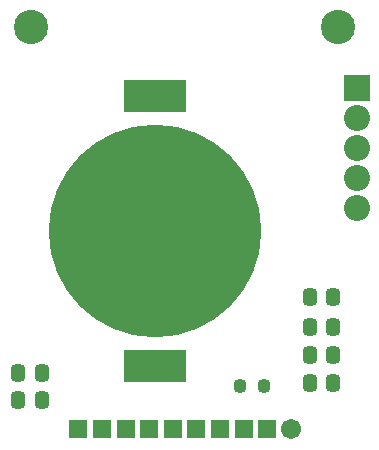
<source format=gbs>
G04 Layer_Color=16711935*
%FSLAX44Y44*%
%MOMM*%
G71*
G01*
G75*
G04:AMPARAMS|DCode=47|XSize=1.2032mm|YSize=1.4532mm|CornerRadius=0.3516mm|HoleSize=0mm|Usage=FLASHONLY|Rotation=0.000|XOffset=0mm|YOffset=0mm|HoleType=Round|Shape=RoundedRectangle|*
%AMROUNDEDRECTD47*
21,1,1.2032,0.7500,0,0,0.0*
21,1,0.5000,1.4532,0,0,0.0*
1,1,0.7032,0.2500,-0.3750*
1,1,0.7032,-0.2500,-0.3750*
1,1,0.7032,-0.2500,0.3750*
1,1,0.7032,0.2500,0.3750*
%
%ADD47ROUNDEDRECTD47*%
%ADD58C,2.9032*%
%ADD59R,1.6032X1.6032*%
%ADD60C,1.7032*%
%ADD61C,2.2032*%
%ADD62R,2.2032X2.2032*%
G04:AMPARAMS|DCode=63|XSize=1.0032mm|YSize=1.1032mm|CornerRadius=0.3016mm|HoleSize=0mm|Usage=FLASHONLY|Rotation=180.000|XOffset=0mm|YOffset=0mm|HoleType=Round|Shape=RoundedRectangle|*
%AMROUNDEDRECTD63*
21,1,1.0032,0.5000,0,0,180.0*
21,1,0.4000,1.1032,0,0,180.0*
1,1,0.6032,-0.2000,0.2500*
1,1,0.6032,0.2000,0.2500*
1,1,0.6032,0.2000,-0.2500*
1,1,0.6032,-0.2000,-0.2500*
%
%ADD63ROUNDEDRECTD63*%
%ADD64C,18.0032*%
%ADD65R,5.3032X2.7032*%
D47*
X19000Y55000D02*
D03*
X39000D02*
D03*
X19000Y78000D02*
D03*
X39000D02*
D03*
X266000Y93000D02*
D03*
X286000D02*
D03*
X266000Y69000D02*
D03*
X286000D02*
D03*
X266000Y142000D02*
D03*
X286000D02*
D03*
X266000Y117000D02*
D03*
X286000D02*
D03*
D58*
X290000Y370500D02*
D03*
X30000D02*
D03*
D59*
X230000Y30250D02*
D03*
X210000D02*
D03*
X190000D02*
D03*
X170000D02*
D03*
X150000D02*
D03*
X130000D02*
D03*
X110000D02*
D03*
X90000D02*
D03*
X70000D02*
D03*
D60*
X250000D02*
D03*
D61*
X306250Y268750D02*
D03*
Y294150D02*
D03*
Y243350D02*
D03*
Y217950D02*
D03*
D62*
Y319550D02*
D03*
D63*
X227160Y67000D02*
D03*
X206840D02*
D03*
D64*
X134750Y198250D02*
D03*
D65*
Y83750D02*
D03*
Y312750D02*
D03*
M02*

</source>
